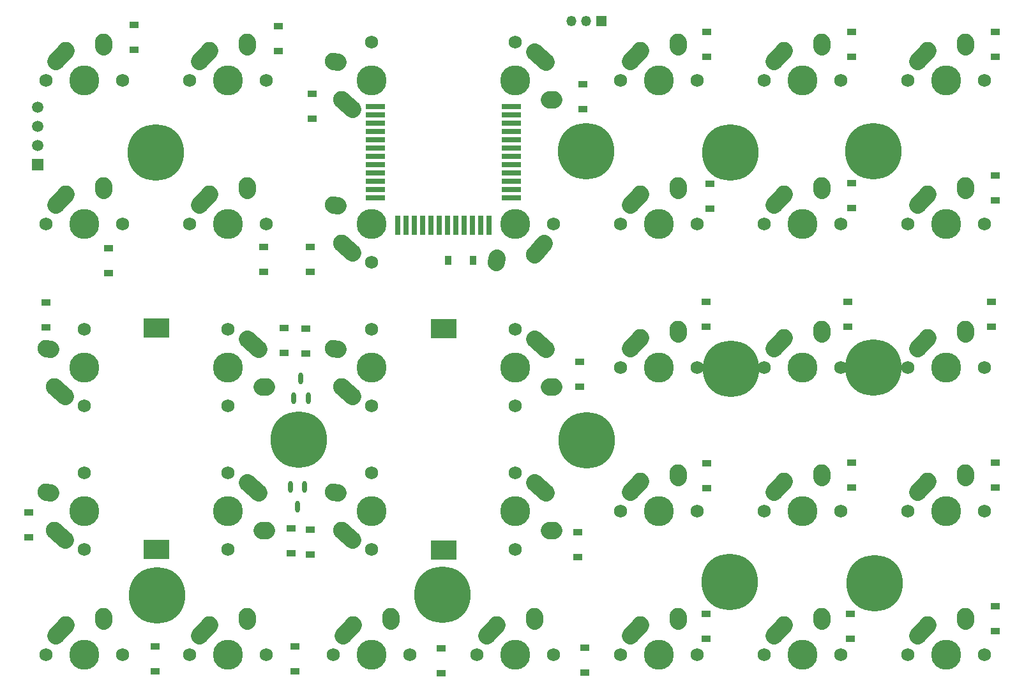
<source format=gbr>
G04 #@! TF.GenerationSoftware,KiCad,Pcbnew,(5.0.0)*
G04 #@! TF.CreationDate,2018-09-07T18:20:46+03:00*
G04 #@! TF.ProjectId,PROJECT,50524F4A4543542E6B696361645F7063,rev?*
G04 #@! TF.SameCoordinates,Original*
G04 #@! TF.FileFunction,Soldermask,Bot*
G04 #@! TF.FilePolarity,Negative*
%FSLAX46Y46*%
G04 Gerber Fmt 4.6, Leading zero omitted, Abs format (unit mm)*
G04 Created by KiCad (PCBNEW (5.0.0)) date 09/07/18 18:20:46*
%MOMM*%
%LPD*%
G01*
G04 APERTURE LIST*
%ADD10C,7.500000*%
%ADD11C,1.750000*%
%ADD12C,2.250000*%
%ADD13C,3.987800*%
%ADD14C,2.250000*%
%ADD15R,1.350000X1.350000*%
%ADD16O,1.350000X1.350000*%
%ADD17R,3.510000X2.540000*%
%ADD18R,1.200000X0.900000*%
%ADD19R,0.900000X1.200000*%
%ADD20C,1.500000*%
%ADD21R,1.500000X1.500000*%
%ADD22O,0.650000X1.550000*%
%ADD23R,0.800000X2.500000*%
%ADD24R,2.500000X0.800000*%
G04 APERTURE END LIST*
D10*
G04 #@! TO.C,P?*
X161798000Y-66548000D03*
G04 #@! TD*
G04 #@! TO.C,P?*
X161798000Y-95250000D03*
G04 #@! TD*
G04 #@! TO.C,P?*
X142875000Y-95377000D03*
G04 #@! TD*
G04 #@! TO.C,P?*
X66802000Y-125476000D03*
G04 #@! TD*
G04 #@! TO.C,P?*
X104648000Y-125349000D03*
G04 #@! TD*
G04 #@! TO.C,P?*
X142748000Y-123698000D03*
G04 #@! TD*
G04 #@! TO.C,P?*
X85598000Y-104775000D03*
G04 #@! TD*
G04 #@! TO.C,P?*
X123698000Y-66548000D03*
G04 #@! TD*
G04 #@! TO.C,P?*
X161909760Y-123804680D03*
G04 #@! TD*
G04 #@! TO.C,P?*
X123723400Y-104896920D03*
G04 #@! TD*
G04 #@! TO.C,P?*
X142829280Y-66705480D03*
G04 #@! TD*
G04 #@! TO.C,P?*
X66624200Y-66695320D03*
G04 #@! TD*
D11*
G04 #@! TO.C,MX27*
X157480000Y-114300000D03*
X147320000Y-114300000D03*
D12*
X149900000Y-110300000D03*
D13*
X152400000Y-114300000D03*
D12*
X149245001Y-111030000D03*
D14*
X148590000Y-111760000D02*
X149900002Y-110300000D01*
D12*
X154940000Y-109220000D03*
X154920000Y-109510000D03*
D14*
X154900000Y-109800000D02*
X154940000Y-109220000D01*
G04 #@! TD*
D12*
G04 #@! TO.C,MX20*
X154920000Y-90460000D03*
D14*
X154900000Y-90750000D02*
X154940000Y-90170000D01*
D12*
X154940000Y-90170000D03*
X149245001Y-91980000D03*
D14*
X148590000Y-92710000D02*
X149900002Y-91250000D01*
D13*
X152400000Y-95250000D03*
D12*
X149900000Y-91250000D03*
D11*
X147320000Y-95250000D03*
X157480000Y-95250000D03*
G04 #@! TD*
G04 #@! TO.C,MX13*
X157480000Y-76200000D03*
X147320000Y-76200000D03*
D12*
X149900000Y-72200000D03*
D13*
X152400000Y-76200000D03*
D12*
X149245001Y-72930000D03*
D14*
X148590000Y-73660000D02*
X149900002Y-72200000D01*
D12*
X154940000Y-71120000D03*
X154920000Y-71410000D03*
D14*
X154900000Y-71700000D02*
X154940000Y-71120000D01*
G04 #@! TD*
D15*
G04 #@! TO.C,k1*
X125689360Y-49286160D03*
D16*
X123689360Y-49286160D03*
X121689360Y-49286160D03*
G04 #@! TD*
D17*
G04 #@! TO.C,BT1*
X66695320Y-90008640D03*
X66695320Y-119368640D03*
G04 #@! TD*
G04 #@! TO.C,BT2*
X104790240Y-119414360D03*
X104790240Y-90054360D03*
G04 #@! TD*
D18*
G04 #@! TO.C,D1*
X63690500Y-53085000D03*
X63690500Y-49785000D03*
G04 #@! TD*
G04 #@! TO.C,D2*
X82867500Y-49912000D03*
X82867500Y-53212000D03*
G04 #@! TD*
G04 #@! TO.C,D3*
X87376000Y-58929000D03*
X87376000Y-62229000D03*
G04 #@! TD*
G04 #@! TO.C,D4*
X123253500Y-60959000D03*
X123253500Y-57659000D03*
G04 #@! TD*
G04 #@! TO.C,D5*
X139700000Y-50674000D03*
X139700000Y-53974000D03*
G04 #@! TD*
G04 #@! TO.C,D6*
X158877000Y-53974000D03*
X158877000Y-50674000D03*
G04 #@! TD*
G04 #@! TO.C,D7*
X177927000Y-50674000D03*
X177927000Y-53974000D03*
G04 #@! TD*
G04 #@! TO.C,D8*
X60325000Y-82676000D03*
X60325000Y-79376000D03*
G04 #@! TD*
G04 #@! TO.C,D9*
X80899000Y-79249000D03*
X80899000Y-82549000D03*
G04 #@! TD*
G04 #@! TO.C,D10*
X87058500Y-82549000D03*
X87058500Y-79249000D03*
G04 #@! TD*
D19*
G04 #@! TO.C,D11*
X108647500Y-81026000D03*
X105347500Y-81026000D03*
G04 #@! TD*
D18*
G04 #@! TO.C,D12*
X140081000Y-74167000D03*
X140081000Y-70867000D03*
G04 #@! TD*
G04 #@! TO.C,D13*
X158877000Y-70740000D03*
X158877000Y-74040000D03*
G04 #@! TD*
G04 #@! TO.C,D14*
X177927000Y-73024000D03*
X177927000Y-69724000D03*
G04 #@! TD*
G04 #@! TO.C,D15*
X52070000Y-89915000D03*
X52070000Y-86615000D03*
G04 #@! TD*
G04 #@! TO.C,D16*
X83652360Y-90003360D03*
X83652360Y-93303360D03*
G04 #@! TD*
G04 #@! TO.C,D17*
X86487000Y-93328760D03*
X86487000Y-90028760D03*
G04 #@! TD*
G04 #@! TO.C,D18*
X122809000Y-94489000D03*
X122809000Y-97789000D03*
G04 #@! TD*
G04 #@! TO.C,D19*
X139573000Y-89788000D03*
X139573000Y-86488000D03*
G04 #@! TD*
G04 #@! TO.C,D20*
X158369000Y-86488000D03*
X158369000Y-89788000D03*
G04 #@! TD*
G04 #@! TO.C,D21*
X177419000Y-86488000D03*
X177419000Y-89788000D03*
G04 #@! TD*
G04 #@! TO.C,D22*
X49784000Y-114428000D03*
X49784000Y-117728000D03*
G04 #@! TD*
G04 #@! TO.C,D23*
X84582000Y-119887000D03*
X84582000Y-116587000D03*
G04 #@! TD*
G04 #@! TO.C,D24*
X87122000Y-116714000D03*
X87122000Y-120014000D03*
G04 #@! TD*
G04 #@! TO.C,D25*
X122555000Y-120395000D03*
X122555000Y-117095000D03*
G04 #@! TD*
G04 #@! TO.C,D26*
X139700000Y-107951000D03*
X139700000Y-111251000D03*
G04 #@! TD*
G04 #@! TO.C,D27*
X158877000Y-107824000D03*
X158877000Y-111124000D03*
G04 #@! TD*
G04 #@! TO.C,D28*
X177927000Y-107824000D03*
X177927000Y-111124000D03*
G04 #@! TD*
G04 #@! TO.C,D29*
X66548000Y-132208000D03*
X66548000Y-135508000D03*
G04 #@! TD*
G04 #@! TO.C,D30*
X85090000Y-135508000D03*
X85090000Y-132208000D03*
G04 #@! TD*
G04 #@! TO.C,D31*
X104457500Y-135762000D03*
X104457500Y-132462000D03*
G04 #@! TD*
G04 #@! TO.C,D32*
X123507500Y-135698500D03*
X123507500Y-132398500D03*
G04 #@! TD*
G04 #@! TO.C,D33*
X139573000Y-127890000D03*
X139573000Y-131190000D03*
G04 #@! TD*
G04 #@! TO.C,D34*
X158750000Y-131190000D03*
X158750000Y-127890000D03*
G04 #@! TD*
G04 #@! TO.C,D35*
X177927000Y-126874000D03*
X177927000Y-130174000D03*
G04 #@! TD*
D20*
G04 #@! TO.C,J1*
X50921920Y-60711080D03*
X50921920Y-63251080D03*
X50921920Y-65791080D03*
D21*
X50921920Y-68331080D03*
G04 #@! TD*
D12*
G04 #@! TO.C,MX1*
X59670000Y-52360000D03*
D14*
X59650000Y-52650000D02*
X59690000Y-52070000D01*
D12*
X59690000Y-52070000D03*
X53995001Y-53880000D03*
D14*
X53340000Y-54610000D02*
X54650002Y-53150000D01*
D13*
X57150000Y-57150000D03*
D12*
X54650000Y-53150000D03*
D11*
X52070000Y-57150000D03*
X62230000Y-57150000D03*
G04 #@! TD*
G04 #@! TO.C,MX2*
X81280000Y-57150000D03*
X71120000Y-57150000D03*
D12*
X73700000Y-53150000D03*
D13*
X76200000Y-57150000D03*
D12*
X73045001Y-53880000D03*
D14*
X72390000Y-54610000D02*
X73700002Y-53150000D01*
D12*
X78740000Y-52070000D03*
X78720000Y-52360000D03*
D14*
X78700000Y-52650000D02*
X78740000Y-52070000D01*
G04 #@! TD*
D12*
G04 #@! TO.C,MX3*
X90460000Y-54630000D03*
D14*
X90750000Y-54650000D02*
X90170000Y-54610000D01*
D12*
X90170000Y-54610000D03*
X91980000Y-60304999D03*
D14*
X92710000Y-60960000D02*
X91250000Y-59649998D01*
D13*
X95250000Y-57150000D03*
D12*
X91250000Y-59650000D03*
D11*
X95250000Y-52070000D03*
G04 #@! TD*
D12*
G04 #@! TO.C,MX4*
X119090000Y-59670000D03*
D14*
X118800000Y-59650000D02*
X119380000Y-59690000D01*
D12*
X119380000Y-59690000D03*
X117570000Y-53995001D03*
D14*
X116840000Y-53340000D02*
X118300000Y-54650002D01*
D13*
X114300000Y-57150000D03*
D12*
X118300000Y-54650000D03*
D11*
X114300000Y-52070000D03*
G04 #@! TD*
D12*
G04 #@! TO.C,MX5*
X135870000Y-52360000D03*
D14*
X135850000Y-52650000D02*
X135890000Y-52070000D01*
D12*
X135890000Y-52070000D03*
X130195001Y-53880000D03*
D14*
X129540000Y-54610000D02*
X130850002Y-53150000D01*
D13*
X133350000Y-57150000D03*
D12*
X130850000Y-53150000D03*
D11*
X128270000Y-57150000D03*
X138430000Y-57150000D03*
G04 #@! TD*
D12*
G04 #@! TO.C,MX6*
X154920000Y-52360000D03*
D14*
X154900000Y-52650000D02*
X154940000Y-52070000D01*
D12*
X154940000Y-52070000D03*
X149245001Y-53880000D03*
D14*
X148590000Y-54610000D02*
X149900002Y-53150000D01*
D13*
X152400000Y-57150000D03*
D12*
X149900000Y-53150000D03*
D11*
X147320000Y-57150000D03*
X157480000Y-57150000D03*
G04 #@! TD*
G04 #@! TO.C,MX7*
X176530000Y-57150000D03*
X166370000Y-57150000D03*
D12*
X168950000Y-53150000D03*
D13*
X171450000Y-57150000D03*
D12*
X168295001Y-53880000D03*
D14*
X167640000Y-54610000D02*
X168950002Y-53150000D01*
D12*
X173990000Y-52070000D03*
X173970000Y-52360000D03*
D14*
X173950000Y-52650000D02*
X173990000Y-52070000D01*
G04 #@! TD*
D12*
G04 #@! TO.C,MX8*
X59670000Y-71410000D03*
D14*
X59650000Y-71700000D02*
X59690000Y-71120000D01*
D12*
X59690000Y-71120000D03*
X53995001Y-72930000D03*
D14*
X53340000Y-73660000D02*
X54650002Y-72200000D01*
D13*
X57150000Y-76200000D03*
D12*
X54650000Y-72200000D03*
D11*
X52070000Y-76200000D03*
X62230000Y-76200000D03*
G04 #@! TD*
D12*
G04 #@! TO.C,MX9*
X78720000Y-71410000D03*
D14*
X78700000Y-71700000D02*
X78740000Y-71120000D01*
D12*
X78740000Y-71120000D03*
X73045001Y-72930000D03*
D14*
X72390000Y-73660000D02*
X73700002Y-72200000D01*
D13*
X76200000Y-76200000D03*
D12*
X73700000Y-72200000D03*
D11*
X71120000Y-76200000D03*
X81280000Y-76200000D03*
G04 #@! TD*
D12*
G04 #@! TO.C,MX10*
X90460000Y-73680000D03*
D14*
X90750000Y-73700000D02*
X90170000Y-73660000D01*
D12*
X90170000Y-73660000D03*
X91980000Y-79354999D03*
D14*
X92710000Y-80010000D02*
X91250000Y-78699998D01*
D13*
X95250000Y-76200000D03*
D12*
X91250000Y-78700000D03*
D11*
X95250000Y-81280000D03*
G04 #@! TD*
D12*
G04 #@! TO.C,MX11*
X111780000Y-80990000D03*
D14*
X111800000Y-80700000D02*
X111760000Y-81280000D01*
D12*
X111760000Y-81280000D03*
X117454999Y-79470000D03*
D14*
X118110000Y-78740000D02*
X116799998Y-80200000D01*
D13*
X114300000Y-76200000D03*
D12*
X116800000Y-80200000D03*
D11*
X119380000Y-76200000D03*
G04 #@! TD*
D12*
G04 #@! TO.C,MX12*
X135870000Y-71410000D03*
D14*
X135850000Y-71700000D02*
X135890000Y-71120000D01*
D12*
X135890000Y-71120000D03*
X130195001Y-72930000D03*
D14*
X129540000Y-73660000D02*
X130850002Y-72200000D01*
D13*
X133350000Y-76200000D03*
D12*
X130850000Y-72200000D03*
D11*
X128270000Y-76200000D03*
X138430000Y-76200000D03*
G04 #@! TD*
G04 #@! TO.C,MX14*
X176530000Y-76200000D03*
X166370000Y-76200000D03*
D12*
X168950000Y-72200000D03*
D13*
X171450000Y-76200000D03*
D12*
X168295001Y-72930000D03*
D14*
X167640000Y-73660000D02*
X168950002Y-72200000D01*
D12*
X173990000Y-71120000D03*
X173970000Y-71410000D03*
D14*
X173950000Y-71700000D02*
X173990000Y-71120000D01*
G04 #@! TD*
D12*
G04 #@! TO.C,MX15*
X52360000Y-92730000D03*
D14*
X52650000Y-92750000D02*
X52070000Y-92710000D01*
D12*
X52070000Y-92710000D03*
X53880000Y-98404999D03*
D14*
X54610000Y-99060000D02*
X53150000Y-97749998D01*
D13*
X57150000Y-95250000D03*
D12*
X53150000Y-97750000D03*
D11*
X57150000Y-100330000D03*
X57150000Y-90170000D03*
G04 #@! TD*
D12*
G04 #@! TO.C,MX16*
X80990000Y-97770000D03*
D14*
X80700000Y-97750000D02*
X81280000Y-97790000D01*
D12*
X81280000Y-97790000D03*
X79470000Y-92095001D03*
D14*
X78740000Y-91440000D02*
X80200000Y-92750002D01*
D13*
X76200000Y-95250000D03*
D12*
X80200000Y-92750000D03*
D11*
X76200000Y-90170000D03*
X76200000Y-100330000D03*
G04 #@! TD*
G04 #@! TO.C,MX17*
X95250000Y-90170000D03*
X95250000Y-100330000D03*
D12*
X91250000Y-97750000D03*
D13*
X95250000Y-95250000D03*
D12*
X91980000Y-98404999D03*
D14*
X92710000Y-99060000D02*
X91250000Y-97749998D01*
D12*
X90170000Y-92710000D03*
X90460000Y-92730000D03*
D14*
X90750000Y-92750000D02*
X90170000Y-92710000D01*
G04 #@! TD*
D11*
G04 #@! TO.C,MX18*
X114300000Y-100330000D03*
X114300000Y-90170000D03*
D12*
X118300000Y-92750000D03*
D13*
X114300000Y-95250000D03*
D12*
X117570000Y-92095001D03*
D14*
X116840000Y-91440000D02*
X118300000Y-92750002D01*
D12*
X119380000Y-97790000D03*
X119090000Y-97770000D03*
D14*
X118800000Y-97750000D02*
X119380000Y-97790000D01*
G04 #@! TD*
D12*
G04 #@! TO.C,MX19*
X135870000Y-90460000D03*
D14*
X135850000Y-90750000D02*
X135890000Y-90170000D01*
D12*
X135890000Y-90170000D03*
X130195001Y-91980000D03*
D14*
X129540000Y-92710000D02*
X130850002Y-91250000D01*
D13*
X133350000Y-95250000D03*
D12*
X130850000Y-91250000D03*
D11*
X128270000Y-95250000D03*
X138430000Y-95250000D03*
G04 #@! TD*
G04 #@! TO.C,MX21*
X176530000Y-95250000D03*
X166370000Y-95250000D03*
D12*
X168950000Y-91250000D03*
D13*
X171450000Y-95250000D03*
D12*
X168295001Y-91980000D03*
D14*
X167640000Y-92710000D02*
X168950002Y-91250000D01*
D12*
X173990000Y-90170000D03*
X173970000Y-90460000D03*
D14*
X173950000Y-90750000D02*
X173990000Y-90170000D01*
G04 #@! TD*
D11*
G04 #@! TO.C,MX22*
X57150000Y-109220000D03*
X57150000Y-119380000D03*
D12*
X53150000Y-116800000D03*
D13*
X57150000Y-114300000D03*
D12*
X53880000Y-117454999D03*
D14*
X54610000Y-118110000D02*
X53150000Y-116799998D01*
D12*
X52070000Y-111760000D03*
X52360000Y-111780000D03*
D14*
X52650000Y-111800000D02*
X52070000Y-111760000D01*
G04 #@! TD*
D11*
G04 #@! TO.C,MX23*
X76200000Y-119380000D03*
X76200000Y-109220000D03*
D12*
X80200000Y-111800000D03*
D13*
X76200000Y-114300000D03*
D12*
X79470000Y-111145001D03*
D14*
X78740000Y-110490000D02*
X80200000Y-111800002D01*
D12*
X81280000Y-116840000D03*
X80990000Y-116820000D03*
D14*
X80700000Y-116800000D02*
X81280000Y-116840000D01*
G04 #@! TD*
D12*
G04 #@! TO.C,MX24*
X90460000Y-111780000D03*
D14*
X90750000Y-111800000D02*
X90170000Y-111760000D01*
D12*
X90170000Y-111760000D03*
X91980000Y-117454999D03*
D14*
X92710000Y-118110000D02*
X91250000Y-116799998D01*
D13*
X95250000Y-114300000D03*
D12*
X91250000Y-116800000D03*
D11*
X95250000Y-119380000D03*
X95250000Y-109220000D03*
G04 #@! TD*
G04 #@! TO.C,MX25*
X114300000Y-119380000D03*
X114300000Y-109220000D03*
D12*
X118300000Y-111800000D03*
D13*
X114300000Y-114300000D03*
D12*
X117570000Y-111145001D03*
D14*
X116840000Y-110490000D02*
X118300000Y-111800002D01*
D12*
X119380000Y-116840000D03*
X119090000Y-116820000D03*
D14*
X118800000Y-116800000D02*
X119380000Y-116840000D01*
G04 #@! TD*
D12*
G04 #@! TO.C,MX26*
X135870000Y-109510000D03*
D14*
X135850000Y-109800000D02*
X135890000Y-109220000D01*
D12*
X135890000Y-109220000D03*
X130195001Y-111030000D03*
D14*
X129540000Y-111760000D02*
X130850002Y-110300000D01*
D13*
X133350000Y-114300000D03*
D12*
X130850000Y-110300000D03*
D11*
X128270000Y-114300000D03*
X138430000Y-114300000D03*
G04 #@! TD*
D12*
G04 #@! TO.C,MX28*
X173970000Y-109510000D03*
D14*
X173950000Y-109800000D02*
X173990000Y-109220000D01*
D12*
X173990000Y-109220000D03*
X168295001Y-111030000D03*
D14*
X167640000Y-111760000D02*
X168950002Y-110300000D01*
D13*
X171450000Y-114300000D03*
D12*
X168950000Y-110300000D03*
D11*
X166370000Y-114300000D03*
X176530000Y-114300000D03*
G04 #@! TD*
G04 #@! TO.C,MX29*
X62230000Y-133350000D03*
X52070000Y-133350000D03*
D12*
X54650000Y-129350000D03*
D13*
X57150000Y-133350000D03*
D12*
X53995001Y-130080000D03*
D14*
X53340000Y-130810000D02*
X54650002Y-129350000D01*
D12*
X59690000Y-128270000D03*
X59670000Y-128560000D03*
D14*
X59650000Y-128850000D02*
X59690000Y-128270000D01*
G04 #@! TD*
D11*
G04 #@! TO.C,MX30*
X81280000Y-133350000D03*
X71120000Y-133350000D03*
D12*
X73700000Y-129350000D03*
D13*
X76200000Y-133350000D03*
D12*
X73045001Y-130080000D03*
D14*
X72390000Y-130810000D02*
X73700002Y-129350000D01*
D12*
X78740000Y-128270000D03*
X78720000Y-128560000D03*
D14*
X78700000Y-128850000D02*
X78740000Y-128270000D01*
G04 #@! TD*
D11*
G04 #@! TO.C,MX31*
X100330000Y-133350000D03*
X90170000Y-133350000D03*
D12*
X92750000Y-129350000D03*
D13*
X95250000Y-133350000D03*
D12*
X92095001Y-130080000D03*
D14*
X91440000Y-130810000D02*
X92750002Y-129350000D01*
D12*
X97790000Y-128270000D03*
X97770000Y-128560000D03*
D14*
X97750000Y-128850000D02*
X97790000Y-128270000D01*
G04 #@! TD*
D11*
G04 #@! TO.C,MX32*
X119380000Y-133350000D03*
X109220000Y-133350000D03*
D12*
X111800000Y-129350000D03*
D13*
X114300000Y-133350000D03*
D12*
X111145001Y-130080000D03*
D14*
X110490000Y-130810000D02*
X111800002Y-129350000D01*
D12*
X116840000Y-128270000D03*
X116820000Y-128560000D03*
D14*
X116800000Y-128850000D02*
X116840000Y-128270000D01*
G04 #@! TD*
D11*
G04 #@! TO.C,MX33*
X138430000Y-133350000D03*
X128270000Y-133350000D03*
D12*
X130850000Y-129350000D03*
D13*
X133350000Y-133350000D03*
D12*
X130195001Y-130080000D03*
D14*
X129540000Y-130810000D02*
X130850002Y-129350000D01*
D12*
X135890000Y-128270000D03*
X135870000Y-128560000D03*
D14*
X135850000Y-128850000D02*
X135890000Y-128270000D01*
G04 #@! TD*
D11*
G04 #@! TO.C,MX34*
X157480000Y-133350000D03*
X147320000Y-133350000D03*
D12*
X149900000Y-129350000D03*
D13*
X152400000Y-133350000D03*
D12*
X149245001Y-130080000D03*
D14*
X148590000Y-130810000D02*
X149900002Y-129350000D01*
D12*
X154940000Y-128270000D03*
X154920000Y-128560000D03*
D14*
X154900000Y-128850000D02*
X154940000Y-128270000D01*
G04 #@! TD*
D12*
G04 #@! TO.C,MX35*
X173970000Y-128560000D03*
D14*
X173950000Y-128850000D02*
X173990000Y-128270000D01*
D12*
X173990000Y-128270000D03*
X168295001Y-130080000D03*
D14*
X167640000Y-130810000D02*
X168950002Y-129350000D01*
D13*
X171450000Y-133350000D03*
D12*
X168950000Y-129350000D03*
D11*
X166370000Y-133350000D03*
X176530000Y-133350000D03*
G04 #@! TD*
D22*
G04 #@! TO.C,Q1*
X85852000Y-96632640D03*
X84902000Y-99282640D03*
X86802000Y-99282640D03*
G04 #@! TD*
G04 #@! TO.C,Q2*
X84470200Y-111019200D03*
X86370200Y-111019200D03*
X85420200Y-113669200D03*
G04 #@! TD*
D23*
G04 #@! TO.C,U1*
X110825000Y-76305000D03*
X109725000Y-76305000D03*
X108625000Y-76305000D03*
X107525000Y-76305000D03*
X106425000Y-76305000D03*
X105325000Y-76305000D03*
X104225000Y-76305000D03*
X103125000Y-76305000D03*
X102025000Y-76305000D03*
X100925000Y-76305000D03*
X99825000Y-76305000D03*
X98725000Y-76305000D03*
D24*
X113775000Y-60605000D03*
X113775000Y-61705000D03*
X113775000Y-62805000D03*
X113775000Y-63905000D03*
X113775000Y-65005000D03*
X113775000Y-66105000D03*
X113775000Y-67205000D03*
X113775000Y-68305000D03*
X113775000Y-69405000D03*
X113775000Y-70505000D03*
X113775000Y-71605000D03*
X113775000Y-72705000D03*
X95775000Y-72705000D03*
X95775000Y-71605000D03*
X95775000Y-70505000D03*
X95775000Y-69405000D03*
X95775000Y-68305000D03*
X95775000Y-67205000D03*
X95775000Y-66105000D03*
X95775000Y-65005000D03*
X95775000Y-63905000D03*
X95775000Y-62805000D03*
X95775000Y-61705000D03*
X95775000Y-60605000D03*
G04 #@! TD*
M02*

</source>
